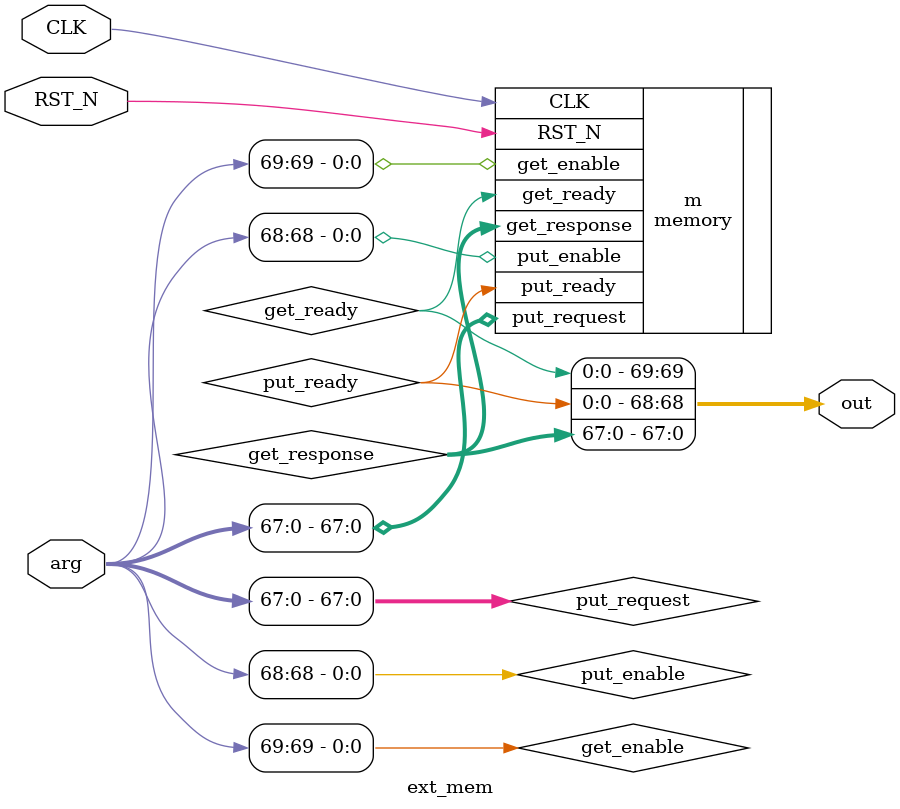
<source format=v>
module ext_mem(input CLK, input RST_N, input[69:0] arg, output[69:0] out);
   wire get_enable;
   wire put_enable;
   wire[67:0] put_request;
   assign {get_enable, put_enable, put_request} = arg;

   wire get_ready;
   wire put_ready;
   wire [67:0] get_response;
   assign out = {get_ready, put_ready, get_response};

   memory #(.ADDRESS_WIDTH(14))
   m(.CLK, .RST_N,
     .get_enable, .put_enable, .put_request,
     .get_ready, .put_ready, .get_response);
endmodule

</source>
